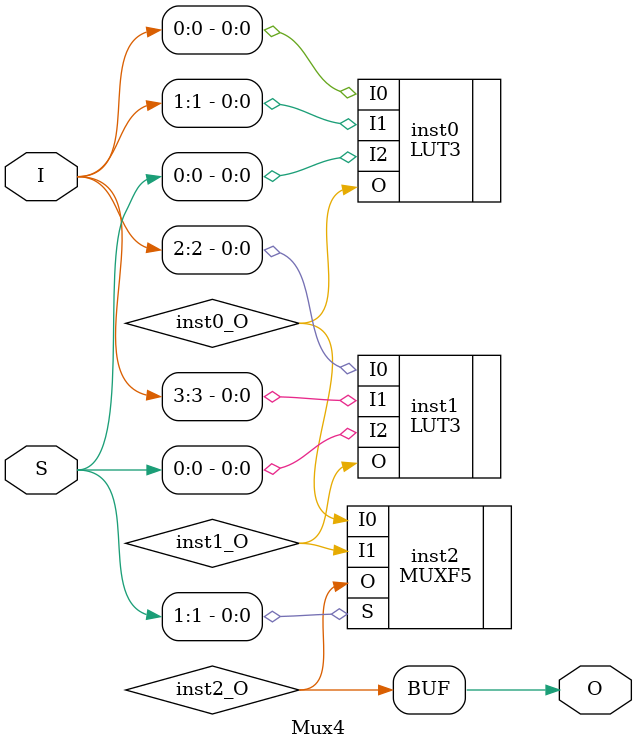
<source format=v>
module Mux4 (input [3:0] I, input [1:0] S, output  O);
wire  inst0_O;
wire  inst1_O;
wire  inst2_O;
LUT3 #(.INIT(8'hCA)) inst0 (.I0(I[0]), .I1(I[1]), .I2(S[0]), .O(inst0_O));
LUT3 #(.INIT(8'hCA)) inst1 (.I0(I[2]), .I1(I[3]), .I2(S[0]), .O(inst1_O));
MUXF5 inst2 (.I0(inst0_O), .I1(inst1_O), .S(S[1]), .O(inst2_O));
assign O = inst2_O;
endmodule


</source>
